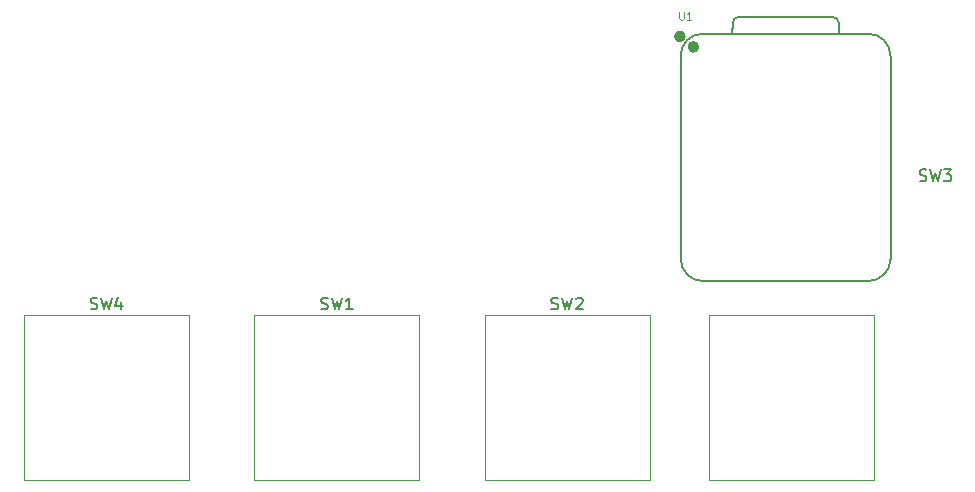
<source format=gbr>
%TF.GenerationSoftware,KiCad,Pcbnew,9.0.2*%
%TF.CreationDate,2025-06-28T12:52:55-04:00*%
%TF.ProjectId,Kicadproject1,4b696361-6470-4726-9f6a-656374312e6b,rev?*%
%TF.SameCoordinates,Original*%
%TF.FileFunction,Legend,Top*%
%TF.FilePolarity,Positive*%
%FSLAX46Y46*%
G04 Gerber Fmt 4.6, Leading zero omitted, Abs format (unit mm)*
G04 Created by KiCad (PCBNEW 9.0.2) date 2025-06-28 12:52:55*
%MOMM*%
%LPD*%
G01*
G04 APERTURE LIST*
%ADD10C,0.150000*%
%ADD11C,0.101600*%
%ADD12C,0.120000*%
%ADD13C,0.127000*%
%ADD14C,0.100000*%
%ADD15C,0.504000*%
G04 APERTURE END LIST*
D10*
X62166667Y-82533200D02*
X62309524Y-82580819D01*
X62309524Y-82580819D02*
X62547619Y-82580819D01*
X62547619Y-82580819D02*
X62642857Y-82533200D01*
X62642857Y-82533200D02*
X62690476Y-82485580D01*
X62690476Y-82485580D02*
X62738095Y-82390342D01*
X62738095Y-82390342D02*
X62738095Y-82295104D01*
X62738095Y-82295104D02*
X62690476Y-82199866D01*
X62690476Y-82199866D02*
X62642857Y-82152247D01*
X62642857Y-82152247D02*
X62547619Y-82104628D01*
X62547619Y-82104628D02*
X62357143Y-82057009D01*
X62357143Y-82057009D02*
X62261905Y-82009390D01*
X62261905Y-82009390D02*
X62214286Y-81961771D01*
X62214286Y-81961771D02*
X62166667Y-81866533D01*
X62166667Y-81866533D02*
X62166667Y-81771295D01*
X62166667Y-81771295D02*
X62214286Y-81676057D01*
X62214286Y-81676057D02*
X62261905Y-81628438D01*
X62261905Y-81628438D02*
X62357143Y-81580819D01*
X62357143Y-81580819D02*
X62595238Y-81580819D01*
X62595238Y-81580819D02*
X62738095Y-81628438D01*
X63071429Y-81580819D02*
X63309524Y-82580819D01*
X63309524Y-82580819D02*
X63500000Y-81866533D01*
X63500000Y-81866533D02*
X63690476Y-82580819D01*
X63690476Y-82580819D02*
X63928572Y-81580819D01*
X64738095Y-81914152D02*
X64738095Y-82580819D01*
X64500000Y-81533200D02*
X64261905Y-82247485D01*
X64261905Y-82247485D02*
X64880952Y-82247485D01*
D11*
X112016190Y-57421979D02*
X112016190Y-57936026D01*
X112016190Y-57936026D02*
X112046428Y-57996502D01*
X112046428Y-57996502D02*
X112076666Y-58026741D01*
X112076666Y-58026741D02*
X112137142Y-58056979D01*
X112137142Y-58056979D02*
X112258095Y-58056979D01*
X112258095Y-58056979D02*
X112318571Y-58026741D01*
X112318571Y-58026741D02*
X112348809Y-57996502D01*
X112348809Y-57996502D02*
X112379047Y-57936026D01*
X112379047Y-57936026D02*
X112379047Y-57421979D01*
X113014047Y-58056979D02*
X112651190Y-58056979D01*
X112832618Y-58056979D02*
X112832618Y-57421979D01*
X112832618Y-57421979D02*
X112772142Y-57512693D01*
X112772142Y-57512693D02*
X112711666Y-57573169D01*
X112711666Y-57573169D02*
X112651190Y-57603407D01*
D10*
X132358667Y-71684700D02*
X132501524Y-71732319D01*
X132501524Y-71732319D02*
X132739619Y-71732319D01*
X132739619Y-71732319D02*
X132834857Y-71684700D01*
X132834857Y-71684700D02*
X132882476Y-71637080D01*
X132882476Y-71637080D02*
X132930095Y-71541842D01*
X132930095Y-71541842D02*
X132930095Y-71446604D01*
X132930095Y-71446604D02*
X132882476Y-71351366D01*
X132882476Y-71351366D02*
X132834857Y-71303747D01*
X132834857Y-71303747D02*
X132739619Y-71256128D01*
X132739619Y-71256128D02*
X132549143Y-71208509D01*
X132549143Y-71208509D02*
X132453905Y-71160890D01*
X132453905Y-71160890D02*
X132406286Y-71113271D01*
X132406286Y-71113271D02*
X132358667Y-71018033D01*
X132358667Y-71018033D02*
X132358667Y-70922795D01*
X132358667Y-70922795D02*
X132406286Y-70827557D01*
X132406286Y-70827557D02*
X132453905Y-70779938D01*
X132453905Y-70779938D02*
X132549143Y-70732319D01*
X132549143Y-70732319D02*
X132787238Y-70732319D01*
X132787238Y-70732319D02*
X132930095Y-70779938D01*
X133263429Y-70732319D02*
X133501524Y-71732319D01*
X133501524Y-71732319D02*
X133692000Y-71018033D01*
X133692000Y-71018033D02*
X133882476Y-71732319D01*
X133882476Y-71732319D02*
X134120572Y-70732319D01*
X134406286Y-70732319D02*
X135025333Y-70732319D01*
X135025333Y-70732319D02*
X134692000Y-71113271D01*
X134692000Y-71113271D02*
X134834857Y-71113271D01*
X134834857Y-71113271D02*
X134930095Y-71160890D01*
X134930095Y-71160890D02*
X134977714Y-71208509D01*
X134977714Y-71208509D02*
X135025333Y-71303747D01*
X135025333Y-71303747D02*
X135025333Y-71541842D01*
X135025333Y-71541842D02*
X134977714Y-71637080D01*
X134977714Y-71637080D02*
X134930095Y-71684700D01*
X134930095Y-71684700D02*
X134834857Y-71732319D01*
X134834857Y-71732319D02*
X134549143Y-71732319D01*
X134549143Y-71732319D02*
X134453905Y-71684700D01*
X134453905Y-71684700D02*
X134406286Y-71637080D01*
X101166667Y-82533200D02*
X101309524Y-82580819D01*
X101309524Y-82580819D02*
X101547619Y-82580819D01*
X101547619Y-82580819D02*
X101642857Y-82533200D01*
X101642857Y-82533200D02*
X101690476Y-82485580D01*
X101690476Y-82485580D02*
X101738095Y-82390342D01*
X101738095Y-82390342D02*
X101738095Y-82295104D01*
X101738095Y-82295104D02*
X101690476Y-82199866D01*
X101690476Y-82199866D02*
X101642857Y-82152247D01*
X101642857Y-82152247D02*
X101547619Y-82104628D01*
X101547619Y-82104628D02*
X101357143Y-82057009D01*
X101357143Y-82057009D02*
X101261905Y-82009390D01*
X101261905Y-82009390D02*
X101214286Y-81961771D01*
X101214286Y-81961771D02*
X101166667Y-81866533D01*
X101166667Y-81866533D02*
X101166667Y-81771295D01*
X101166667Y-81771295D02*
X101214286Y-81676057D01*
X101214286Y-81676057D02*
X101261905Y-81628438D01*
X101261905Y-81628438D02*
X101357143Y-81580819D01*
X101357143Y-81580819D02*
X101595238Y-81580819D01*
X101595238Y-81580819D02*
X101738095Y-81628438D01*
X102071429Y-81580819D02*
X102309524Y-82580819D01*
X102309524Y-82580819D02*
X102500000Y-81866533D01*
X102500000Y-81866533D02*
X102690476Y-82580819D01*
X102690476Y-82580819D02*
X102928572Y-81580819D01*
X103261905Y-81676057D02*
X103309524Y-81628438D01*
X103309524Y-81628438D02*
X103404762Y-81580819D01*
X103404762Y-81580819D02*
X103642857Y-81580819D01*
X103642857Y-81580819D02*
X103738095Y-81628438D01*
X103738095Y-81628438D02*
X103785714Y-81676057D01*
X103785714Y-81676057D02*
X103833333Y-81771295D01*
X103833333Y-81771295D02*
X103833333Y-81866533D01*
X103833333Y-81866533D02*
X103785714Y-82009390D01*
X103785714Y-82009390D02*
X103214286Y-82580819D01*
X103214286Y-82580819D02*
X103833333Y-82580819D01*
X81666667Y-82533200D02*
X81809524Y-82580819D01*
X81809524Y-82580819D02*
X82047619Y-82580819D01*
X82047619Y-82580819D02*
X82142857Y-82533200D01*
X82142857Y-82533200D02*
X82190476Y-82485580D01*
X82190476Y-82485580D02*
X82238095Y-82390342D01*
X82238095Y-82390342D02*
X82238095Y-82295104D01*
X82238095Y-82295104D02*
X82190476Y-82199866D01*
X82190476Y-82199866D02*
X82142857Y-82152247D01*
X82142857Y-82152247D02*
X82047619Y-82104628D01*
X82047619Y-82104628D02*
X81857143Y-82057009D01*
X81857143Y-82057009D02*
X81761905Y-82009390D01*
X81761905Y-82009390D02*
X81714286Y-81961771D01*
X81714286Y-81961771D02*
X81666667Y-81866533D01*
X81666667Y-81866533D02*
X81666667Y-81771295D01*
X81666667Y-81771295D02*
X81714286Y-81676057D01*
X81714286Y-81676057D02*
X81761905Y-81628438D01*
X81761905Y-81628438D02*
X81857143Y-81580819D01*
X81857143Y-81580819D02*
X82095238Y-81580819D01*
X82095238Y-81580819D02*
X82238095Y-81628438D01*
X82571429Y-81580819D02*
X82809524Y-82580819D01*
X82809524Y-82580819D02*
X83000000Y-81866533D01*
X83000000Y-81866533D02*
X83190476Y-82580819D01*
X83190476Y-82580819D02*
X83428572Y-81580819D01*
X84333333Y-82580819D02*
X83761905Y-82580819D01*
X84047619Y-82580819D02*
X84047619Y-81580819D01*
X84047619Y-81580819D02*
X83952381Y-81723676D01*
X83952381Y-81723676D02*
X83857143Y-81818914D01*
X83857143Y-81818914D02*
X83761905Y-81866533D01*
D12*
%TO.C,SW4*%
X70485000Y-96985000D02*
X56515000Y-96985000D01*
X70485000Y-83015000D02*
X70485000Y-96985000D01*
X56515000Y-96985000D02*
X56515000Y-83015000D01*
X56515000Y-83015000D02*
X70485000Y-83015000D01*
D13*
%TO.C,U1*%
X112110000Y-78277500D02*
X112110000Y-61132500D01*
X114015000Y-80182500D02*
X127985000Y-80182500D01*
X116505000Y-59227500D02*
X116508728Y-58317228D01*
X117008728Y-57817500D02*
X125004000Y-57817500D01*
X125504000Y-58317500D02*
X125504000Y-59227500D01*
D14*
X127985000Y-59227500D02*
X114015000Y-59227500D01*
D13*
X127985000Y-59227500D02*
X114015000Y-59227500D01*
X129890000Y-78277500D02*
X129890000Y-61132500D01*
X112110000Y-61132500D02*
G75*
G02*
X114015000Y-59227500I1905001J-1D01*
G01*
X114015000Y-80182500D02*
G75*
G02*
X112110000Y-78277500I1J1905001D01*
G01*
X116508728Y-58317228D02*
G75*
G02*
X117008728Y-57817501I500018J-291D01*
G01*
X125004000Y-57817500D02*
G75*
G02*
X125504000Y-58317500I0J-500000D01*
G01*
X127985000Y-59227500D02*
G75*
G02*
X129890000Y-61132500I0J-1905000D01*
G01*
X129890000Y-78277500D02*
G75*
G02*
X127985000Y-80182500I-1905000J0D01*
G01*
D15*
X112302000Y-59468500D02*
G75*
G02*
X111798000Y-59468500I-252000J0D01*
G01*
X111798000Y-59468500D02*
G75*
G02*
X112302000Y-59468500I252000J0D01*
G01*
X113445000Y-60348500D02*
G75*
G02*
X112941000Y-60348500I-252000J0D01*
G01*
X112941000Y-60348500D02*
G75*
G02*
X113445000Y-60348500I252000J0D01*
G01*
D12*
%TO.C,SW3*%
X114515000Y-83015000D02*
X128485000Y-83015000D01*
X114515000Y-96985000D02*
X114515000Y-83015000D01*
X128485000Y-83015000D02*
X128485000Y-96985000D01*
X128485000Y-96985000D02*
X114515000Y-96985000D01*
%TO.C,SW2*%
X95515000Y-83015000D02*
X109485000Y-83015000D01*
X95515000Y-96985000D02*
X95515000Y-83015000D01*
X109485000Y-83015000D02*
X109485000Y-96985000D01*
X109485000Y-96985000D02*
X95515000Y-96985000D01*
%TO.C,SW1*%
X76015000Y-83015000D02*
X89985000Y-83015000D01*
X76015000Y-96985000D02*
X76015000Y-83015000D01*
X89985000Y-83015000D02*
X89985000Y-96985000D01*
X89985000Y-96985000D02*
X76015000Y-96985000D01*
%TD*%
M02*

</source>
